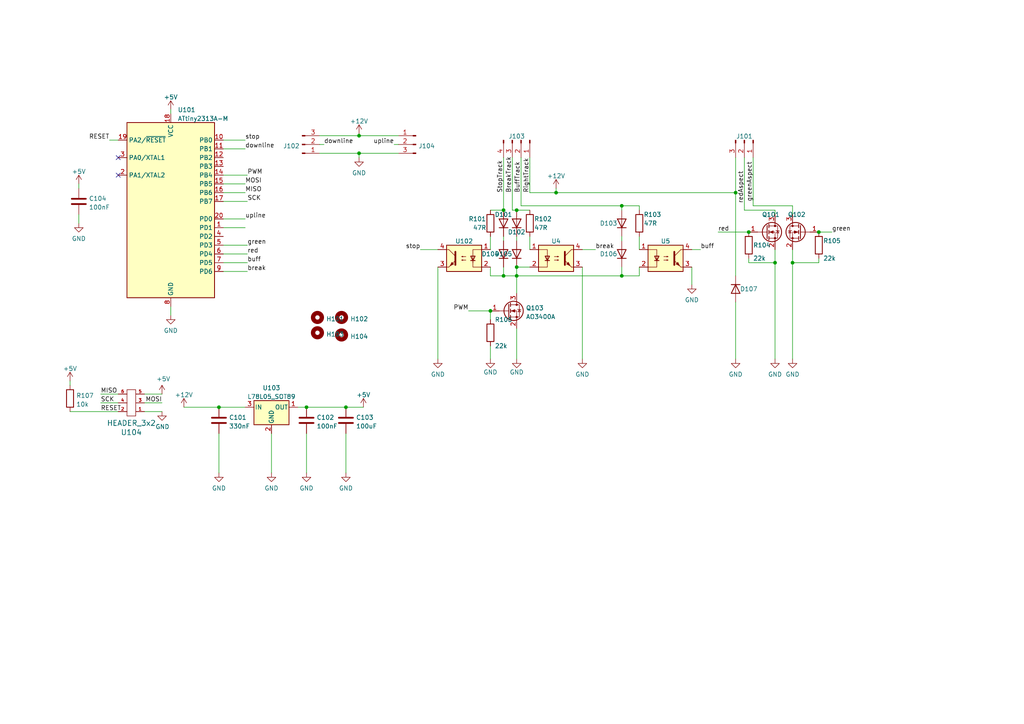
<source format=kicad_sch>
(kicad_sch (version 20211123) (generator eeschema)
  (paper "A4")
  (lib_symbols
    (symbol "Connector:Conn_01x03_Male" (pin_names (offset 1.016) hide)
      (property "Reference" "J" (at 0 5.08 0))
      (property "Value" "Conn_01x03_Male" (at 0 -5.08 0))
      (symbol "Conn_01x03_Male_1_1"
        (polyline (pts (xy 1.27 -2.54) (xy 0.8636 -2.54)) (stroke (width 0.1524)))
        (polyline (pts (xy 1.27 0) (xy 0.8636 0)) (stroke (width 0.1524)))
        (polyline (pts (xy 1.27 2.54) (xy 0.8636 2.54)) (stroke (width 0.1524)))
        (rectangle (start 0.8636 -2.413) (end 0 -2.667) (stroke (width 0.1524)) (fill (type outline)))
        (rectangle (start 0.8636 0.127) (end 0 -0.127) (stroke (width 0.1524)) (fill (type outline)))
        (rectangle (start 0.8636 2.667) (end 0 2.413) (stroke (width 0.1524)) (fill (type outline)))
        (pin passive line (at 5.08 2.54 180) (length 3.81) (name "Pin_1") (number "1"))
        (pin passive line (at 5.08 0 180) (length 3.81) (name "Pin_2") (number "2"))
        (pin passive line (at 5.08 -2.54 180) (length 3.81) (name "Pin_3") (number "3"))
      )
    )
    (symbol "Connector:Conn_01x04_Male" (pin_names (offset 1.016) hide)
      (property "Reference" "J" (at 0 5.08 0))
      (property "Value" "Conn_01x04_Male" (at 0 -7.62 0))
      (symbol "Conn_01x04_Male_1_1"
        (polyline (pts (xy 1.27 -5.08) (xy 0.8636 -5.08)) (stroke (width 0.1524)))
        (polyline (pts (xy 1.27 -2.54) (xy 0.8636 -2.54)) (stroke (width 0.1524)))
        (polyline (pts (xy 1.27 0) (xy 0.8636 0)) (stroke (width 0.1524)))
        (polyline (pts (xy 1.27 2.54) (xy 0.8636 2.54)) (stroke (width 0.1524)))
        (rectangle (start 0.8636 -4.953) (end 0 -5.207) (stroke (width 0.1524)) (fill (type outline)))
        (rectangle (start 0.8636 -2.413) (end 0 -2.667) (stroke (width 0.1524)) (fill (type outline)))
        (rectangle (start 0.8636 0.127) (end 0 -0.127) (stroke (width 0.1524)) (fill (type outline)))
        (rectangle (start 0.8636 2.667) (end 0 2.413) (stroke (width 0.1524)) (fill (type outline)))
        (pin passive line (at 5.08 2.54 180) (length 3.81) (name "Pin_1") (number "1"))
        (pin passive line (at 5.08 0 180) (length 3.81) (name "Pin_2") (number "2"))
        (pin passive line (at 5.08 -2.54 180) (length 3.81) (name "Pin_3") (number "3"))
        (pin passive line (at 5.08 -5.08 180) (length 3.81) (name "Pin_4") (number "4"))
      )
    )
    (symbol "Device:C" (pin_numbers hide) (pin_names (offset 0.254))
      (property "Reference" "C" (at 0.635 2.54 0))
      (property "Value" "C" (at 0.635 -2.54 0))
      (symbol "C_0_1"
        (polyline (pts (xy -2.032 -0.762) (xy 2.032 -0.762)) (stroke (width 0.508)))
        (polyline (pts (xy -2.032 0.762) (xy 2.032 0.762)) (stroke (width 0.508)))
      )
      (symbol "C_1_1"
        (pin passive line (at 0 3.81 270) (length 2.794) (name "~") (number "1"))
        (pin passive line (at 0 -3.81 90) (length 2.794) (name "~") (number "2"))
      )
    )
    (symbol "Device:R" (pin_numbers hide) (pin_names (offset 0))
      (property "Reference" "R" (at 2.032 0 90))
      (property "Value" "R" (at 0 0 90))
      (symbol "R_0_1"
        (rectangle (start -1.016 -2.54) (end 1.016 2.54) (stroke (width 0.254)))
      )
      (symbol "R_1_1"
        (pin passive line (at 0 3.81 270) (length 1.27) (name "~") (number "1"))
        (pin passive line (at 0 -3.81 90) (length 1.27) (name "~") (number "2"))
      )
    )
    (symbol "Diode:SM4007" (pin_numbers hide) (pin_names (offset 1.016) hide)
      (property "Reference" "D" (at 0 2.54 0))
      (property "Value" "SM4007" (at 0 -2.54 0))
      (symbol "SM4007_0_1"
        (polyline (pts (xy -1.27 1.27) (xy -1.27 -1.27)) (stroke (width 0.254)))
        (polyline (pts (xy 1.27 0) (xy -1.27 0)))
        (polyline (pts (xy 1.27 1.27) (xy 1.27 -1.27) (xy -1.27 0) (xy 1.27 1.27)) (stroke (width 0.254)))
      )
      (symbol "SM4007_1_1"
        (pin passive line (at -3.81 0 0) (length 2.54) (name "K") (number "1"))
        (pin passive line (at 3.81 0 180) (length 2.54) (name "A") (number "2"))
      )
    )
    (symbol "Isolator:SFH617A-3X017T" (pin_names (offset 1.016))
      (property "Reference" "U" (at -5.08 6.35 0))
      (property "Value" "SFH617A-3X017T" (at -5.08 -6.35 0))
      (symbol "SFH617A-3X017T_0_1"
        (rectangle (start -5.08 3.81) (end 5.08 -3.81) (stroke (width 0.254)) (fill (type background)))
        (polyline (pts (xy -3.175 -0.635) (xy -1.905 -0.635)) (stroke (width 0.254)))
        (polyline (pts (xy 2.54 0.635) (xy 4.445 2.54)))
        (polyline (pts (xy 4.445 -2.54) (xy 2.54 -0.635)) (fill (type outline)))
        (polyline (pts (xy 4.445 -2.54) (xy 5.08 -2.54)))
        (polyline (pts (xy 4.445 2.54) (xy 5.08 2.54)))
        (polyline (pts (xy -2.54 -0.635) (xy -2.54 -2.54) (xy -5.08 -2.54)))
        (polyline (pts (xy 2.54 1.905) (xy 2.54 -1.905) (xy 2.54 -1.905)) (stroke (width 0.508)))
        (polyline (pts (xy -5.08 2.54) (xy -2.54 2.54) (xy -2.54 -1.27) (xy -2.54 0.635)))
        (polyline (pts (xy -2.54 -0.635) (xy -3.175 0.635) (xy -1.905 0.635) (xy -2.54 -0.635)) (stroke (width 0.254)))
        (polyline (pts (xy -0.508 -0.508) (xy 0.762 -0.508) (xy 0.381 -0.635) (xy 0.381 -0.381) (xy 0.762 -0.508)))
        (polyline (pts (xy -0.508 0.508) (xy 0.762 0.508) (xy 0.381 0.381) (xy 0.381 0.635) (xy 0.762 0.508)))
        (polyline (pts (xy 3.048 -1.651) (xy 3.556 -1.143) (xy 4.064 -2.159) (xy 3.048 -1.651) (xy 3.048 -1.651)) (fill (type outline)))
      )
      (symbol "SFH617A-3X017T_1_1"
        (pin passive line (at -7.62 2.54 0) (length 2.54) (name "~") (number "1"))
        (pin passive line (at -7.62 -2.54 0) (length 2.54) (name "~") (number "2"))
        (pin passive line (at 7.62 -2.54 180) (length 2.54) (name "~") (number "3"))
        (pin passive line (at 7.62 2.54 180) (length 2.54) (name "~") (number "4"))
      )
    )
    (symbol "MCU_Microchip_ATtiny:ATtiny2313A-M"
      (property "Reference" "U" (at -12.7 26.67 0))
      (property "Value" "ATtiny2313A-M" (at 2.54 -26.67 0))
      (symbol "ATtiny2313A-M_0_1"
        (rectangle (start -12.7 -25.4) (end 12.7 25.4) (stroke (width 0.254)) (fill (type background)))
      )
      (symbol "ATtiny2313A-M_1_1"
        (pin bidirectional line (at 15.24 -5.08 180) (length 2.54) (name "PD1") (number "1"))
        (pin bidirectional line (at 15.24 20.32 180) (length 2.54) (name "PB0") (number "10"))
        (pin bidirectional line (at 15.24 17.78 180) (length 2.54) (name "PB1") (number "11"))
        (pin bidirectional line (at 15.24 15.24 180) (length 2.54) (name "PB2") (number "12"))
        (pin bidirectional line (at 15.24 12.7 180) (length 2.54) (name "PB3") (number "13"))
        (pin bidirectional line (at 15.24 10.16 180) (length 2.54) (name "PB4") (number "14"))
        (pin bidirectional line (at 15.24 7.62 180) (length 2.54) (name "PB5") (number "15"))
        (pin bidirectional line (at 15.24 5.08 180) (length 2.54) (name "PB6") (number "16"))
        (pin bidirectional line (at 15.24 2.54 180) (length 2.54) (name "PB7") (number "17"))
        (pin power_in line (at 0 27.94 270) (length 2.54) (name "VCC") (number "18"))
        (pin bidirectional line (at -15.24 20.32 0) (length 2.54) (name "PA2/~{RESET}") (number "19"))
        (pin bidirectional line (at -15.24 10.16 0) (length 2.54) (name "PA1/XTAL2") (number "2"))
        (pin bidirectional line (at 15.24 -2.54 180) (length 2.54) (name "PD0") (number "20"))
        (pin passive line (at 0 -27.94 90) (length 2.54) hide (name "GND") (number "21"))
        (pin bidirectional line (at -15.24 15.24 0) (length 2.54) (name "PA0/XTAL1") (number "3"))
        (pin bidirectional line (at 15.24 -7.62 180) (length 2.54) (name "PD2") (number "4"))
        (pin bidirectional line (at 15.24 -10.16 180) (length 2.54) (name "PD3") (number "5"))
        (pin bidirectional line (at 15.24 -12.7 180) (length 2.54) (name "PD4") (number "6"))
        (pin bidirectional line (at 15.24 -15.24 180) (length 2.54) (name "PD5") (number "7"))
        (pin power_in line (at 0 -27.94 90) (length 2.54) (name "GND") (number "8"))
        (pin bidirectional line (at 15.24 -17.78 180) (length 2.54) (name "PD6") (number "9"))
      )
    )
    (symbol "Mechanical:MountingHole" (pin_names (offset 1.016))
      (property "Reference" "H" (at 0 5.08 0))
      (property "Value" "MountingHole" (at 0 3.175 0))
      (symbol "MountingHole_0_1"
        (circle (center 0 0) (radius 1.27) (stroke (width 1.27)))
      )
    )
    (symbol "Regulator_Linear:L78L05_SOT89" (pin_names (offset 0.254))
      (property "Reference" "U" (at -3.81 3.175 0))
      (property "Value" "L78L05_SOT89" (at -0.635 3.175 0))
      (symbol "L78L05_SOT89_0_1"
        (rectangle (start -5.08 1.905) (end 5.08 -5.08) (stroke (width 0.254)) (fill (type background)))
      )
      (symbol "L78L05_SOT89_1_1"
        (pin power_out line (at 7.62 0 180) (length 2.54) (name "OUT") (number "1"))
        (pin power_in line (at 0 -7.62 90) (length 2.54) (name "GND") (number "2"))
        (pin power_in line (at -7.62 0 0) (length 2.54) (name "IN") (number "3"))
      )
    )
    (symbol "Transistor_FET:AO3400A" (pin_names hide)
      (property "Reference" "Q" (at 5.08 1.905 0))
      (property "Value" "AO3400A" (at 5.08 0 0))
      (symbol "AO3400A_0_1"
        (polyline (pts (xy 0.254 0) (xy -2.54 0)))
        (polyline (pts (xy 0.254 1.905) (xy 0.254 -1.905)) (stroke (width 0.254)))
        (polyline (pts (xy 0.762 -1.27) (xy 0.762 -2.286)) (stroke (width 0.254)))
        (polyline (pts (xy 0.762 0.508) (xy 0.762 -0.508)) (stroke (width 0.254)))
        (polyline (pts (xy 0.762 2.286) (xy 0.762 1.27)) (stroke (width 0.254)))
        (polyline (pts (xy 2.54 2.54) (xy 2.54 1.778)))
        (polyline (pts (xy 2.54 -2.54) (xy 2.54 0) (xy 0.762 0)))
        (polyline (pts (xy 0.762 -1.778) (xy 3.302 -1.778) (xy 3.302 1.778) (xy 0.762 1.778)))
        (polyline (pts (xy 1.016 0) (xy 2.032 0.381) (xy 2.032 -0.381) (xy 1.016 0)) (fill (type outline)))
        (polyline (pts (xy 2.794 0.508) (xy 2.921 0.381) (xy 3.683 0.381) (xy 3.81 0.254)))
        (polyline (pts (xy 3.302 0.381) (xy 2.921 -0.254) (xy 3.683 -0.254) (xy 3.302 0.381)))
        (circle (center 1.651 0) (radius 2.794) (stroke (width 0.254)))
        (circle (center 2.54 -1.778) (radius 0.254) (fill (type outline)))
        (circle (center 2.54 1.778) (radius 0.254) (fill (type outline)))
      )
      (symbol "AO3400A_1_1"
        (pin input line (at -5.08 0 0) (length 2.54) (name "G") (number "1"))
        (pin passive line (at 2.54 -5.08 90) (length 2.54) (name "S") (number "2"))
        (pin passive line (at 2.54 5.08 270) (length 2.54) (name "D") (number "3"))
      )
    )
    (symbol "power:+12V" (power) (pin_names (offset 0))
      (property "Value" "+12V" (at 0 3.556 0))
      (symbol "+12V_0_1"
        (polyline (pts (xy -0.762 1.27) (xy 0 2.54)))
        (polyline (pts (xy 0 0) (xy 0 2.54)))
        (polyline (pts (xy 0 2.54) (xy 0.762 1.27)))
      )
      (symbol "+12V_1_1"
        (pin power_in line (at 0 0 90) (length 0) hide (name "+12V") (number "1"))
      )
    )
    (symbol "power:+5V" (power) (pin_names (offset 0))
      (property "Value" "+5V" (at 0 3.556 0))
      (symbol "+5V_0_1"
        (polyline (pts (xy -0.762 1.27) (xy 0 2.54)))
        (polyline (pts (xy 0 0) (xy 0 2.54)))
        (polyline (pts (xy 0 2.54) (xy 0.762 1.27)))
      )
      (symbol "+5V_1_1"
        (pin power_in line (at 0 0 90) (length 0) hide (name "+5V") (number "1"))
      )
    )
    (symbol "power:GND" (power) (pin_names (offset 0))
      (property "Value" "GND" (at 0 -3.81 0))
      (symbol "GND_0_1"
        (polyline (pts (xy 0 0) (xy 0 -1.27) (xy 1.27 -1.27) (xy 0 -2.54) (xy -1.27 -1.27) (xy 0 -1.27)))
      )
      (symbol "GND_1_1"
        (pin power_in line (at 0 0 270) (length 0) hide (name "GND") (number "1"))
      )
    )
    (symbol "servoDriverSMD-rescue:HEADER_3x2-w_connectors" (pin_names (offset 0))
      (property "Reference" "J" (at 0 5.08 0))
      (property "Value" "HEADER_3x2-w_connectors" (at 0 -5.08 0))
      (symbol "HEADER_3x2-w_connectors_0_1"
        (rectangle (start 1.27 3.81) (end -1.27 -3.81))
      )
      (symbol "HEADER_3x2-w_connectors_1_1"
        (pin passive line (at -3.81 2.54 0) (length 2.54) (name "~") (number "1"))
        (pin passive line (at 3.81 2.54 180) (length 2.54) (name "~") (number "2"))
        (pin passive line (at -3.81 0 0) (length 2.54) (name "~") (number "3"))
        (pin passive line (at 3.81 0 180) (length 2.54) (name "~") (number "4"))
        (pin passive line (at -3.81 -2.54 0) (length 2.54) (name "~") (number "5"))
        (pin passive line (at 3.81 -2.54 180) (length 2.54) (name "~") (number "6"))
      )
    )
  )
  (junction (at 88.9 118.11))
  (junction (at 149.86 77.47))
  (junction (at 149.86 80.01))
  (junction (at 180.34 80.01))
  (junction (at 224.79 76.2))
  (junction (at 129.54 -48.26))
  (junction (at 142.24 90.17))
  (junction (at 149.86 60.96))
  (junction (at 146.05 60.96))
  (junction (at 213.36 55.88))
  (junction (at 229.87 76.2))
  (junction (at 100.33 118.11))
  (junction (at 180.34 59.69))
  (junction (at 237.49 67.31))
  (junction (at 146.05 80.01))
  (junction (at 63.5 118.11))
  (junction (at 161.29 55.88))
  (junction (at 104.14 44.45))
  (junction (at 104.14 39.37))
  (junction (at 217.17 67.31))
  (no_connect (at 34.29 50.8))
  (no_connect (at 34.29 45.72))
  (wire (pts (xy 135.89 -54.61) (xy 135.89 -53.34)))
  (wire (pts (xy 31.75 40.64) (xy 34.29 40.64)))
  (wire (pts (xy 127 77.47) (xy 127 104.14)))
  (wire (pts (xy 149.86 80.01) (xy 149.86 85.09)))
  (wire (pts (xy 168.91 77.47) (xy 168.91 104.14)))
  (wire (pts (xy 133.35 -67.31) (xy 133.35 -60.96)))
  (wire (pts (xy 135.89 90.17) (xy 142.24 90.17)))
  (wire (pts (xy 213.36 87.63) (xy 213.36 104.14)))
  (wire (pts (xy 41.91 114.3) (xy 46.99 114.3)))
  (polyline (pts (xy 93.98 -57.15) (xy 110.49 -57.15)))
  (wire (pts (xy 151.13 59.69) (xy 180.34 59.69)))
  (polyline (pts (xy 123.19 -60.96) (xy 123.19 -55.88)))
  (wire (pts (xy 142.24 68.58) (xy 142.24 72.39)))
  (wire (pts (xy 77.47 -57.15) (xy 72.39 -57.15)))
  (wire (pts (xy 146.05 80.01) (xy 149.86 80.01)))
  (polyline (pts (xy 130.81 -41.91) (xy 130.81 -34.29)))
  (wire (pts (xy 224.79 60.96) (xy 215.9 60.96)))
  (wire (pts (xy 149.86 95.25) (xy 149.86 104.14)))
  (polyline (pts (xy 130.81 -34.29) (xy 128.27 -34.29)))
  (wire (pts (xy 125.73 -63.5) (xy 109.22 -63.5)))
  (wire (pts (xy 142.24 100.33) (xy 142.24 104.14)))
  (wire (pts (xy 41.91 116.84) (xy 46.99 116.84)))
  (wire (pts (xy 142.24 60.96) (xy 146.05 60.96)))
  (wire (pts (xy 64.77 53.34) (xy 71.12 53.34)))
  (wire (pts (xy 153.67 55.88) (xy 153.67 45.72)))
  (wire (pts (xy 109.22 -67.31) (xy 109.22 -63.5)))
  (polyline (pts (xy 77.47 -59.69) (xy 87.63 -59.69)))
  (wire (pts (xy 49.53 88.9) (xy 49.53 91.44)))
  (wire (pts (xy 224.79 76.2) (xy 224.79 104.14)))
  (wire (pts (xy 180.34 68.58) (xy 180.34 69.85)))
  (wire (pts (xy 140.97 -60.96) (xy 140.97 -63.5)))
  (wire (pts (xy 87.63 -54.61) (xy 93.98 -54.61)))
  (wire (pts (xy 110.49 -48.26) (xy 129.54 -48.26)))
  (wire (pts (xy 49.53 31.75) (xy 49.53 33.02)))
  (polyline (pts (xy 138.43 -60.96) (xy 138.43 -55.88)))
  (wire (pts (xy 104.14 39.37) (xy 115.57 39.37)))
  (wire (pts (xy 180.34 59.69) (xy 180.34 60.96)))
  (polyline (pts (xy 77.47 -59.69) (xy 77.47 -50.8)))
  (polyline (pts (xy 73.66 -41.91) (xy 76.2 -41.91)))
  (wire (pts (xy 20.32 119.38) (xy 34.29 119.38)))
  (wire (pts (xy 149.86 68.58) (xy 149.86 69.85)))
  (wire (pts (xy 72.39 -72.39) (xy 77.47 -72.39)))
  (wire (pts (xy 224.79 62.23) (xy 224.79 60.96)))
  (polyline (pts (xy 128.27 -60.96) (xy 128.27 -55.88)))
  (wire (pts (xy 229.87 72.39) (xy 229.87 76.2)))
  (polyline (pts (xy 123.19 -60.96) (xy 128.27 -60.96)))
  (wire (pts (xy 53.34 118.11) (xy 63.5 118.11)))
  (wire (pts (xy 133.35 -55.88) (xy 133.35 -53.34)))
  (wire (pts (xy 146.05 77.47) (xy 146.05 80.01)))
  (wire (pts (xy 64.77 73.66) (xy 71.755 73.66)))
  (wire (pts (xy 148.59 60.96) (xy 149.86 60.96)))
  (polyline (pts (xy 135.89 -60.96) (xy 135.89 -55.88)))
  (polyline (pts (xy 129.54 -73.66) (xy 129.54 -78.74)))
  (wire (pts (xy 161.29 55.88) (xy 153.67 55.88)))
  (wire (pts (xy 72.39 -57.15) (xy 72.39 -72.39)))
  (polyline (pts (xy 73.66 -43.18) (xy 76.2 -43.18)))
  (wire (pts (xy 146.05 68.58) (xy 146.05 69.85)))
  (polyline (pts (xy 129.54 -78.74) (xy 125.73 -76.2)))
  (wire (pts (xy 229.87 59.69) (xy 229.87 62.23)))
  (wire (pts (xy 20.32 110.49) (xy 20.32 111.76)))
  (wire (pts (xy 171.45 -67.31) (xy 171.45 -63.5)))
  (wire (pts (xy 64.77 58.42) (xy 71.755 58.42)))
  (polyline (pts (xy 129.54 -73.66) (xy 125.73 -76.2)))
  (wire (pts (xy 142.24 80.01) (xy 146.05 80.01)))
  (wire (pts (xy 125.73 -55.88) (xy 125.73 -54.61)))
  (wire (pts (xy 22.86 62.23) (xy 22.86 64.77)))
  (wire (pts (xy 64.77 50.8) (xy 71.755 50.8)))
  (wire (pts (xy 161.29 54.61) (xy 161.29 55.88)))
  (wire (pts (xy 149.86 77.47) (xy 153.67 77.47)))
  (wire (pts (xy 180.34 80.01) (xy 185.42 80.01)))
  (wire (pts (xy 180.34 77.47) (xy 180.34 80.01)))
  (polyline (pts (xy 138.43 -60.96) (xy 143.51 -60.96)))
  (wire (pts (xy 29.21 114.3) (xy 34.29 114.3)))
  (wire (pts (xy 64.77 71.12) (xy 71.755 71.12)))
  (polyline (pts (xy 111.76 -67.31) (xy 78.105 -67.31)) (stroke (width 0.5) (type solid) (color 0 0 255 1)))
  (wire (pts (xy 92.71 39.37) (xy 104.14 39.37)))
  (wire (pts (xy 82.55 -50.8) (xy 82.55 -21.59)))
  (wire (pts (xy 63.5 125.73) (xy 63.5 137.16)))
  (wire (pts (xy 217.17 76.2) (xy 224.79 76.2)))
  (wire (pts (xy 138.43 -43.18) (xy 138.43 -21.59)))
  (polyline (pts (xy 140.97 -53.34) (xy 140.97 -43.18)))
  (wire (pts (xy 146.05 45.72) (xy 146.05 60.96)))
  (polyline (pts (xy 140.97 -43.18) (xy 130.81 -43.18)))
  (polyline (pts (xy 74.93 -41.91) (xy 74.93 -21.59)))
  (wire (pts (xy 148.59 45.72) (xy 148.59 60.96)))
  (wire (pts (xy 86.36 118.11) (xy 88.9 118.11)))
  (polyline (pts (xy 87.63 -50.8) (xy 77.47 -50.8)))
  (polyline (pts (xy 205.74 -72.39) (xy 77.47 -72.39)) (stroke (width 0.5) (type solid) (color 194 0 0 1)))
  (wire (pts (xy 78.74 125.73) (xy 78.74 137.16)))
  (wire (pts (xy 129.54 -48.26) (xy 129.54 -41.91)))
  (wire (pts (xy 101.6 -35.56) (xy 101.6 -21.59)))
  (wire (pts (xy 34.29 116.84) (xy 29.21 116.84)))
  (polyline (pts (xy 143.51 -60.96) (xy 143.51 -55.88)))
  (polyline (pts (xy 130.81 -60.96) (xy 130.81 -55.88)))
  (wire (pts (xy 200.66 77.47) (xy 200.66 82.55)))
  (wire (pts (xy 22.86 53.34) (xy 22.86 54.61)))
  (polyline (pts (xy 74.93 -66.04) (xy 74.93 -43.18)))
  (wire (pts (xy 129.54 -21.59) (xy 129.54 -34.29)))
  (wire (pts (xy 151.13 45.72) (xy 151.13 59.69)))
  (wire (pts (xy 200.66 72.39) (xy 203.2 72.39)))
  (wire (pts (xy 121.92 72.39) (xy 127 72.39)))
  (wire (pts (xy 229.87 76.2) (xy 237.49 76.2)))
  (wire (pts (xy 208.28 67.31) (xy 217.17 67.31)))
  (wire (pts (xy 64.77 43.18) (xy 71.12 43.18)))
  (polyline (pts (xy 128.27 -41.91) (xy 128.27 -34.29)))
  (wire (pts (xy 161.29 55.88) (xy 213.36 55.88)))
  (wire (pts (xy 229.87 76.2) (xy 229.87 104.14)))
  (wire (pts (xy 149.86 60.96) (xy 153.67 60.96)))
  (polyline (pts (xy 128.27 -41.91) (xy 130.81 -41.91)))
  (polyline (pts (xy 130.81 -60.96) (xy 135.89 -60.96)))
  (wire (pts (xy 114.3 41.91) (xy 115.57 41.91)))
  (polyline (pts (xy 129.54 -76.2) (xy 140.97 -76.2)))
  (wire (pts (xy 217.17 74.93) (xy 217.17 76.2)))
  (wire (pts (xy 88.9 125.73) (xy 88.9 137.16)))
  (polyline (pts (xy 87.63 -59.69) (xy 87.63 -50.8)))
  (wire (pts (xy 180.34 59.69) (xy 185.42 59.69)))
  (polyline (pts (xy 93.98 -57.15) (xy 93.98 -35.56)))
  (wire (pts (xy 64.77 55.88) (xy 71.12 55.88)))
  (wire (pts (xy 92.71 44.45) (xy 104.14 44.45)))
  (wire (pts (xy 213.36 55.88) (xy 213.36 80.01)))
  (wire (pts (xy 104.14 44.45) (xy 115.57 44.45)))
  (polyline (pts (xy 77.47 -21.59) (xy 205.74 -21.59)) (stroke (width 0.5) (type solid) (color 0 0 194 1)))
  (wire (pts (xy 215.9 60.96) (xy 215.9 45.72)))
  (wire (pts (xy 142.24 -54.61) (xy 135.89 -54.61)))
  (polyline (pts (xy 135.89 -55.88) (xy 130.81 -55.88)))
  (wire (pts (xy 64.77 76.2) (xy 71.755 76.2)))
  (polyline (pts (xy 76.2 -41.91) (xy 74.93 -43.18)))
  (wire (pts (xy 125.73 -54.61) (xy 132.08 -54.61)))
  (wire (pts (xy 132.08 -54.61) (xy 132.08 -53.34)))
  (wire (pts (xy 142.24 -55.88) (xy 142.24 -54.61)))
  (wire (pts (xy 92.71 41.91) (xy 93.98 41.91)))
  (polyline (pts (xy 204.47 -67.31) (xy 142.24 -67.31)) (stroke (width 0.5) (type solid) (color 0 0 255 1)))
  (polyline (pts (xy 73.66 -41.91) (xy 74.93 -43.18)))
  (wire (pts (xy 185.42 59.69) (xy 185.42 60.96)))
  (wire (pts (xy 64.77 63.5) (xy 71.12 63.5)))
  (wire (pts (xy 168.91 72.39) (xy 172.72 72.39)))
  (wire (pts (xy 64.77 66.04) (xy 71.12 66.04)))
  (wire (pts (xy 180.34 80.01) (xy 149.86 80.01)))
  (polyline (pts (xy 110.49 -35.56) (xy 93.98 -35.56)))
  (wire (pts (xy 140.97 -63.5) (xy 171.45 -63.5)))
  (wire (pts (xy 218.44 59.69) (xy 229.87 59.69)))
  (wire (pts (xy 142.24 90.17) (xy 142.24 92.71)))
  (wire (pts (xy 149.86 77.47) (xy 149.86 80.01)))
  (polyline (pts (xy 128.27 -55.88) (xy 123.19 -55.88)))
  (polyline (pts (xy 130.81 -53.34) (xy 130.81 -43.18)))
  (wire (pts (xy 142.24 77.47) (xy 142.24 80.01)))
  (wire (pts (xy 224.79 72.39) (xy 224.79 76.2)))
  (wire (pts (xy 41.91 119.38) (xy 46.99 119.38)))
  (wire (pts (xy 104.14 38.735) (xy 104.14 39.37)))
  (wire (pts (xy 88.9 118.11) (xy 100.33 118.11)))
  (wire (pts (xy 218.44 45.72) (xy 218.44 59.69)))
  (wire (pts (xy 100.33 125.73) (xy 100.33 137.16)))
  (wire (pts (xy 237.49 74.93) (xy 237.49 76.2)))
  (wire (pts (xy 237.49 67.31) (xy 241.3 67.31)))
  (wire (pts (xy 64.77 40.64) (xy 71.12 40.64)))
  (wire (pts (xy 130.81 -48.26) (xy 129.54 -48.26)))
  (wire (pts (xy 153.67 68.58) (xy 153.67 72.39)))
  (wire (pts (xy 213.36 55.88) (xy 213.36 45.72)))
  (wire (pts (xy 63.5 118.11) (xy 71.12 118.11)))
  (polyline (pts (xy 130.81 -53.34) (xy 140.97 -53.34)))
  (wire (pts (xy 100.33 118.11) (xy 105.41 118.11)))
  (polyline (pts (xy 110.49 -57.15) (xy 110.49 -35.56)))
  (polyline (pts (xy 140.335 -67.31) (xy 113.665 -67.31)) (stroke (width 0.5) (type solid) (color 0 0 255 1)))
  (wire (pts (xy 104.14 44.45) (xy 104.14 45.72)))
  (wire (pts (xy 185.42 68.58) (xy 185.42 72.39)))
  (wire (pts (xy 185.42 80.01) (xy 185.42 77.47)))
  (polyline (pts (xy 143.51 -55.88) (xy 138.43 -55.88)))
  (wire (pts (xy 125.73 -60.96) (xy 125.73 -63.5)))
  (wire (pts (xy 64.77 78.74) (xy 71.755 78.74)))
  (text "C" (at 137.16 -50.8 0) (effects (font (size 1.27 1.27)) (justify left bottom)))
  (text "E" (at 137.16 -44.45 0) (effects (font (size 1.27 1.27)) (justify left bottom)))
  (text "Bu" (at 139.7 -58.42 0) (effects (font (size 1.27 1.27)) (justify left bottom)))
  (text "St" (at 124.46 -58.42 0) (effects (font (size 1.27 1.27)) (justify left bottom)))
  (text "Br" (at 132.08 -58.42 0) (effects (font (size 1.27 1.27)) (justify left bottom)))
  (text "78L05" (at 80.01 -54.61 0) (effects (font (size 1.27 1.27)) (justify left bottom)))
  (text "0V" (at 208.28 -19.05 180) (effects (font (size 1.27 1.27)) (justify right bottom)))
  (text "MCU" (at 100.33 -45.72 0) (effects (font (size 1.27 1.27)) (justify left bottom)))
  (text "B" (at 132.08 -46.99 0) (effects (font (size 1.27 1.27)) (justify left bottom)))
  (text "12V" (at 210.82 -73.66 180) (effects (font (size 1.27 1.27)) (justify right bottom)))
  (label "PWM" (at 135.89 90.17 180))
  (label "upline" (at 71.12 63.5 0))
  (label "MISO" (at 71.12 55.88 0))
  (label "greenAspect" (at 218.44 58.42 90))
  (label "green" (at 71.755 71.12 0))
  (label "stop" (at 71.12 40.64 0))
  (label "stop" (at 121.92 72.39 180))
  (label "PWM" (at 71.755 50.8 0))
  (label "BuffTrack" (at 151.13 55.88 90))
  (label "downline" (at 71.12 43.18 0))
  (label "MOSI" (at 46.99 116.84 180))
  (label "StopTrack" (at 146.05 55.88 90))
  (label "RESET" (at 31.75 40.64 180))
  (label "BreakTrack" (at 148.59 55.88 90))
  (label "break" (at 172.72 72.39 0))
  (label "RightTrack" (at 153.67 55.88 90))
  (label "SCK" (at 71.755 58.42 0))
  (label "green" (at 241.3 67.31 0))
  (label "red" (at 71.755 73.66 0))
  (label "redAspect" (at 215.9 49.53 270))
  (label "downline" (at 93.98 41.91 0))
  (label "buff" (at 71.755 76.2 0))
  (label "break" (at 71.755 78.74 0))
  (label "buff" (at 203.2 72.39 0))
  (label "RESET" (at 29.21 119.38 0))
  (label "red" (at 208.28 67.31 0))
  (label "MOSI" (at 71.12 53.34 0))
  (label "upline" (at 114.3 41.91 180))
  (label "MISO" (at 29.21 114.3 0))
  (label "SCK" (at 29.21 116.84 0))
  (symbol (lib_id "Connector:Conn_01x04_Male") (at 151.13 40.64 270) (unit 1)
    (property "Reference" "J103" (at 149.86 39.528 90))
    (property "Value" "Conn_01x04_Male" (effects hide))
    (property "Footprint" "Connector_Phoenix_MC:PhoenixContact_MC_1,5_4-G-3.81_1x04_P3.81mm_Horizontal" (effects hide))
  )
  (symbol (lib_id "Connector:Conn_01x03_Male") (at 120.65 41.91 0) (mirror y) (unit 1)
    (property "Reference" "J104" (at 121.3612 42.3438 0) (effects (justify right)))
    (property "Value" "Conn_01x03_Male" (effects hide))
    (property "Footprint" "Connector_Phoenix_MC:PhoenixContact_MC_1,5_3-G-3.81_1x03_P3.81mm_Horizontal" (effects hide))
  )
  (symbol (lib_id "power:GND") (at 149.86 104.14 0) (unit 1)
    (property "Reference" "#PWR0109" (effects hide))
    (property "Value" "GND" (at 149.86 107.95 0))
  )
  (symbol (lib_id "Device:C") (at 63.5 121.92 0) (unit 1)
    (property "Reference" "C101" (at 66.421 121.0853 0) (effects (justify left)))
    (property "Value" "330nF" (at 66.421 123.6222 0) (effects (justify left)))
    (property "Footprint" "Capacitor_SMD:C_0603_1608Metric_Pad1.08x0.95mm_HandSolder" (effects hide))
    (property "JLCPCB Part#" "C1615" (effects hide))
  )
  (symbol (lib_id "Mechanical:MountingHole") (at 99.06 97.155 0) (unit 1)
    (property "Reference" "H104" (at 101.6 97.5888 0) (effects (justify left)))
    (property "Value" "MountingHole" (effects hide))
    (property "Footprint" "MountingHole:MountingHole_3.2mm_M3" (effects hide))
  )
  (symbol (lib_id "Transistor_FET:AO3400A") (at 222.25 67.31 0) (unit 1)
    (property "Reference" "Q101" (at 220.98 62.23 0) (effects (justify left)))
    (property "Value" "AO3400A" (effects hide))
    (property "Footprint" "Package_TO_SOT_SMD:SOT-23" (effects hide))
    (property "Datasheet" "http://www.aosmd.com/pdfs/datasheet/AO3400A.pdf" (effects hide))
    (property "JLCPCB Part#" "C20917" (effects hide))
  )
  (symbol (lib_id "Device:R") (at 217.17 71.12 0) (unit 1)
    (property "Reference" "R104" (at 218.44 71.12 0) (effects (justify left)))
    (property "Value" "22k" (at 218.44 74.93 0) (effects (justify left)))
    (property "Footprint" "Resistor_SMD:R_0805_2012Metric_Pad1.20x1.40mm_HandSolder" (effects hide))
    (property "JLCPCB Part#" "C17560" (effects hide))
  )
  (symbol (lib_id "Isolator:SFH617A-3X017T") (at 193.04 74.93 0) (unit 1)
    (property "Reference" "U5" (at 193.04 69.9572 0))
    (property "Value" "SFH617A-3X017T" (effects hide))
    (property "Footprint" "Package_DIP:SMDIP-4_W9.53mm_Clearance8mm" (effects hide))
    (property "Datasheet" "http://www.vishay.com/docs/83740/sfh617a.pdf" (effects hide))
  )
  (symbol (lib_id "Connector:Conn_01x03_Male") (at 87.63 41.91 0) (mirror x) (unit 1)
    (property "Reference" "J102" (at 86.9188 42.3438 0) (effects (justify right)))
    (property "Value" "Conn_01x03_Male" (effects hide))
    (property "Footprint" "Connector_Phoenix_MC:PhoenixContact_MC_1,5_3-G-3.81_1x03_P3.81mm_Horizontal" (effects hide))
  )
  (symbol (lib_id "Device:C") (at 100.33 121.92 0) (unit 1)
    (property "Reference" "C103" (at 103.251 121.0853 0) (effects (justify left)))
    (property "Value" "100uF" (at 103.251 123.6222 0) (effects (justify left)))
    (property "Footprint" "Capacitor_SMD:C_1206_3216Metric_Pad1.33x1.80mm_HandSolder" (effects hide))
    (property "JLCPCB Part#" "C15008" (effects hide))
  )
  (symbol (lib_id "power:GND") (at 104.14 45.72 0) (unit 1)
    (property "Reference" "#PWR0118" (effects hide))
    (property "Value" "GND" (at 104.14 50.1634 0))
  )
  (symbol (lib_id "Mechanical:MountingHole") (at 92.075 92.075 0) (unit 1)
    (property "Reference" "H101" (at 94.615 92.5088 0) (effects (justify left)))
    (property "Value" "MountingHole" (effects hide))
    (property "Footprint" "MountingHole:MountingHole_3.2mm_M3" (effects hide))
  )
  (symbol (lib_id "power:GND") (at 63.5 137.16 0) (unit 1)
    (property "Reference" "#PWR0113" (effects hide))
    (property "Value" "GND" (at 63.5 141.6034 0))
  )
  (symbol (lib_id "Isolator:SFH617A-3X017T") (at 134.62 74.93 0) (mirror y) (unit 1)
    (property "Reference" "U102" (at 134.62 69.9572 0))
    (property "Value" "SFH617A-3X017T" (effects hide))
    (property "Footprint" "Package_DIP:SMDIP-4_W9.53mm_Clearance8mm" (effects hide))
    (property "Datasheet" "http://www.vishay.com/docs/83740/sfh617a.pdf" (effects hide))
  )
  (symbol (lib_id "Diode:SM4007") (at 180.34 64.77 90) (unit 1)
    (property "Reference" "D103" (at 179.07 64.77 90) (effects (justify left)))
    (property "Value" "SM4007" (effects hide))
    (property "Footprint" "Diode_SMD:D_SOD-123F" (effects hide))
    (property "Datasheet" "http://cdn-reichelt.de/documents/datenblatt/A400/SMD1N400%23DIO.pdf" (effects hide))
    (property "JLCPCB Part#" "C64898" (effects hide))
  )
  (symbol (lib_id "Diode:SM4007") (at 180.34 73.66 90) (unit 1)
    (property "Reference" "D106" (at 179.07 73.66 90) (effects (justify left)))
    (property "Value" "SM4007" (effects hide))
    (property "Footprint" "Diode_SMD:D_SOD-123F" (effects hide))
    (property "Datasheet" "http://cdn-reichelt.de/documents/datenblatt/A400/SMD1N400%23DIO.pdf" (effects hide))
    (property "JLCPCB Part#" "C64898" (effects hide))
  )
  (symbol (lib_id "servoDriverSMD-rescue:HEADER_3x2-w_connectors") (at 38.1 116.84 180) (unit 1)
    (property "Reference" "U104" (at 38.1 125.3998 0) (effects (font (size 1.524 1.524))))
    (property "Value" "HEADER_3x2" (at 38.1 122.7074 0) (effects (font (size 1.524 1.524))))
    (property "Footprint" "Connector_PinSocket_1.27mm:PinSocket_2x03_P1.27mm_Vertical" (effects hide))
  )
  (symbol (lib_id "power:GND") (at 168.91 104.14 0) (unit 1)
    (property "Reference" "#PWR0108" (effects hide))
    (property "Value" "GND" (at 168.91 108.5834 0))
  )
  (symbol (lib_id "Device:R") (at 142.24 96.52 0) (unit 1)
    (property "Reference" "R106" (at 143.51 92.71 0) (effects (justify left)))
    (property "Value" "22k" (at 143.51 100.33 0) (effects (justify left)))
    (property "Footprint" "Resistor_SMD:R_0805_2012Metric_Pad1.20x1.40mm_HandSolder" (effects hide))
    (property "JLCPCB Part#" "C17560" (effects hide))
  )
  (symbol (lib_id "power:+5V") (at 49.53 31.75 0) (unit 1)
    (property "Reference" "#PWR0117" (effects hide))
    (property "Value" "+5V" (at 49.53 28.1742 0))
  )
  (symbol (lib_id "power:GND") (at 100.33 137.16 0) (unit 1)
    (property "Reference" "#PWR0115" (effects hide))
    (property "Value" "GND" (at 100.33 141.6034 0))
  )
  (symbol (lib_id "Diode:SM4007") (at 146.05 64.77 90) (unit 1)
    (property "Reference" "D101" (at 148.59 62.23 90) (effects (justify left)))
    (property "Value" "SM4007" (effects hide))
    (property "Footprint" "Diode_SMD:D_SOD-123F" (effects hide))
    (property "Datasheet" "http://cdn-reichelt.de/documents/datenblatt/A400/SMD1N400%23DIO.pdf" (effects hide))
    (property "JLCPCB Part#" "C64898" (effects hide))
  )
  (symbol (lib_id "power:+12V") (at 104.14 38.735 0) (unit 1)
    (property "Reference" "#PWR0119" (effects hide))
    (property "Value" "+12V" (at 104.14 35.1592 0))
  )
  (symbol (lib_id "Diode:SM4007") (at 149.86 64.77 90) (unit 1)
    (property "Reference" "D102" (at 152.4 67.31 90) (effects (justify left)))
    (property "Value" "SM4007" (effects hide))
    (property "Footprint" "Diode_SMD:D_SOD-123F" (effects hide))
    (property "Datasheet" "http://cdn-reichelt.de/documents/datenblatt/A400/SMD1N400%23DIO.pdf" (effects hide))
    (property "JLCPCB Part#" "C64898" (effects hide))
  )
  (symbol (lib_id "power:+12V") (at 53.34 118.11 0) (unit 1)
    (property "Reference" "#PWR0114" (effects hide))
    (property "Value" "+12V" (at 53.34 114.5342 0))
  )
  (symbol (lib_id "Device:R") (at 185.42 64.77 0) (unit 1)
    (property "Reference" "R103" (at 186.69 62.23 0) (effects (justify left)))
    (property "Value" "47R" (at 186.69 64.77 0) (effects (justify left)))
    (property "Footprint" "Resistor_SMD:R_0805_2012Metric_Pad1.20x1.40mm_HandSolder" (effects hide))
    (property "JLCPCB Part#" "C17714" (effects hide))
  )
  (symbol (lib_id "Diode:SM4007") (at 146.05 73.66 90) (unit 1)
    (property "Reference" "D104" (at 144.78 73.66 90) (effects (justify left)))
    (property "Value" "SM4007" (effects hide))
    (property "Footprint" "Diode_SMD:D_SOD-123F" (effects hide))
    (property "Datasheet" "http://cdn-reichelt.de/documents/datenblatt/A400/SMD1N400%23DIO.pdf" (effects hide))
    (property "JLCPCB Part#" "C64898" (effects hide))
  )
  (symbol (lib_id "power:GND") (at 46.99 119.38 0) (unit 1)
    (property "Reference" "#PWR0120" (effects hide))
    (property "Value" "GND" (at 47.117 123.7742 0))
  )
  (symbol (lib_id "power:GND") (at 224.79 104.14 0) (unit 1)
    (property "Reference" "#PWR0102" (effects hide))
    (property "Value" "GND" (at 224.79 108.5834 0))
  )
  (symbol (lib_id "power:+5V") (at 20.32 110.49 0) (unit 1)
    (property "Reference" "#PWR0122" (effects hide))
    (property "Value" "+5V" (at 20.32 106.9142 0))
  )
  (symbol (lib_id "Transistor_FET:AO3400A") (at 232.41 67.31 0) (mirror y) (unit 1)
    (property "Reference" "Q102" (at 233.68 62.23 0) (effects (justify left)))
    (property "Value" "AO3400A" (effects hide))
    (property "Footprint" "Package_TO_SOT_SMD:SOT-23" (effects hide))
    (property "Datasheet" "http://www.aosmd.com/pdfs/datasheet/AO3400A.pdf" (effects hide))
    (property "JLCPCB Part#" "C20917" (effects hide))
  )
  (symbol (lib_id "power:GND") (at 142.24 104.14 0) (unit 1)
    (property "Reference" "#PWR0107" (effects hide))
    (property "Value" "GND" (at 142.24 107.95 0))
  )
  (symbol (lib_id "Diode:SM4007") (at 213.36 83.82 270) (unit 1)
    (property "Reference" "D107" (at 214.63 83.82 90) (effects (justify left)))
    (property "Value" "SM4007" (effects hide))
    (property "Footprint" "Diode_SMD:D_SOD-123F" (effects hide))
    (property "Datasheet" "http://cdn-reichelt.de/documents/datenblatt/A400/SMD1N400%23DIO.pdf" (effects hide))
    (property "JLCPCB Part#" "C64898" (effects hide))
  )
  (symbol (lib_id "power:GND") (at 229.87 104.14 0) (unit 1)
    (property "Reference" "#PWR0103" (effects hide))
    (property "Value" "GND" (at 229.87 108.5834 0))
  )
  (symbol (lib_id "power:+5V") (at 105.41 118.11 0) (unit 1)
    (property "Reference" "#PWR0105" (effects hide))
    (property "Value" "+5V" (at 105.41 114.5342 0))
  )
  (symbol (lib_id "power:GND") (at 213.36 104.14 0) (unit 1)
    (property "Reference" "#PWR0101" (effects hide))
    (property "Value" "GND" (at 213.36 108.5834 0))
  )
  (symbol (lib_id "Device:C") (at 22.86 58.42 0) (unit 1)
    (property "Reference" "C104" (at 25.781 57.5853 0) (effects (justify left)))
    (property "Value" "100nF" (at 25.781 60.1222 0) (effects (justify left)))
    (property "Footprint" "Capacitor_SMD:C_0603_1608Metric_Pad1.08x0.95mm_HandSolder" (effects hide))
    (property "JLCPCB Part#" "C14663" (effects hide))
  )
  (symbol (lib_id "power:GND") (at 49.53 91.44 0) (unit 1)
    (property "Reference" "#PWR0106" (effects hide))
    (property "Value" "GND" (at 49.53 95.8834 0))
  )
  (symbol (lib_id "Mechanical:MountingHole") (at 92.075 96.52 0) (unit 1)
    (property "Reference" "H103" (at 94.615 96.9538 0) (effects (justify left)))
    (property "Value" "MountingHole" (effects hide))
    (property "Footprint" "MountingHole:MountingHole_3.2mm_M3" (effects hide))
  )
  (symbol (lib_id "Connector:Conn_01x03_Male") (at 215.9 40.64 270) (unit 1)
    (property "Reference" "J101" (at 215.9 39.528 90))
    (property "Value" "Conn_01x03_Male" (effects hide))
    (property "Footprint" "Connector_Phoenix_MC:PhoenixContact_MC_1,5_3-G-3.81_1x03_P3.81mm_Horizontal" (effects hide))
  )
  (symbol (lib_id "Device:R") (at 153.67 64.77 0) (unit 1)
    (property "Reference" "R102" (at 154.94 63.5 0) (effects (justify left)))
    (property "Value" "47R" (at 154.94 66.04 0) (effects (justify left)))
    (property "Footprint" "Resistor_SMD:R_0805_2012Metric_Pad1.20x1.40mm_HandSolder" (effects hide))
    (property "JLCPCB Part#" "C17714" (effects hide))
  )
  (symbol (lib_id "power:+5V") (at 46.99 114.3 0) (unit 1)
    (property "Reference" "#PWR0121" (effects hide))
    (property "Value" "+5V" (at 47.371 109.9058 0))
  )
  (symbol (lib_id "Device:R") (at 142.24 64.77 0) (unit 1)
    (property "Reference" "R101" (at 135.89 63.5 0) (effects (justify left)))
    (property "Value" "47R" (at 137.16 66.04 0) (effects (justify left)))
    (property "Footprint" "Resistor_SMD:R_0805_2012Metric_Pad1.20x1.40mm_HandSolder" (effects hide))
    (property "JLCPCB Part#" "C17714" (effects hide))
  )
  (symbol (lib_id "Device:R") (at 237.49 71.12 0) (unit 1)
    (property "Reference" "R105" (at 238.76 69.85 0) (effects (justify left)))
    (property "Value" "22k" (at 238.76 74.93 0) (effects (justify left)))
    (property "Footprint" "Resistor_SMD:R_0805_2012Metric_Pad1.20x1.40mm_HandSolder" (effects hide))
    (property "JLCPCB Part#" "C17560" (effects hide))
  )
  (symbol (lib_id "Device:R") (at 20.32 115.57 0) (unit 1)
    (property "Reference" "R107" (at 22.098 114.7353 0) (effects (justify left)))
    (property "Value" "10k" (at 22.098 117.2722 0) (effects (justify left)))
    (property "Footprint" "Resistor_SMD:R_0603_1608Metric_Pad0.98x0.95mm_HandSolder" (effects hide))
    (property "JLCPCB Part#" "C25804" (effects hide))
  )
  (symbol (lib_id "power:+5V") (at 22.86 53.34 0) (unit 1)
    (property "Reference" "#PWR0123" (effects hide))
    (property "Value" "+5V" (at 22.86 49.7642 0))
  )
  (symbol (lib_id "power:+12V") (at 161.29 54.61 0) (unit 1)
    (property "Reference" "#PWR0110" (effects hide))
    (property "Value" "+12V" (at 161.29 51.0342 0))
  )
  (symbol (lib_id "Diode:SM4007") (at 149.86 73.66 90) (unit 1)
    (property "Reference" "D105" (at 148.59 73.66 90) (effects (justify left)))
    (property "Value" "SM4007" (effects hide))
    (property "Footprint" "Diode_SMD:D_SOD-123F" (effects hide))
    (property "Datasheet" "http://cdn-reichelt.de/documents/datenblatt/A400/SMD1N400%23DIO.pdf" (effects hide))
    (property "JLCPCB Part#" "C64898" (effects hide))
  )
  (symbol (lib_id "power:GND") (at 22.86 64.77 0) (unit 1)
    (property "Reference" "#PWR0124" (effects hide))
    (property "Value" "GND" (at 22.86 69.2134 0))
  )
  (symbol (lib_id "Device:C") (at 88.9 121.92 0) (unit 1)
    (property "Reference" "C102" (at 91.821 121.0853 0) (effects (justify left)))
    (property "Value" "100nF" (at 91.821 123.6222 0) (effects (justify left)))
    (property "Footprint" "Capacitor_SMD:C_0603_1608Metric_Pad1.08x0.95mm_HandSolder" (effects hide))
    (property "JLCPCB Part#" "C14663" (effects hide))
  )
  (symbol (lib_id "Regulator_Linear:L78L05_SOT89") (at 78.74 118.11 0) (unit 1)
    (property "Reference" "U103" (at 78.74 112.5052 0))
    (property "Value" "L78L05_SOT89" (at 78.74 115.0421 0))
    (property "Footprint" "Package_TO_SOT_SMD:SOT-89-3" (effects hide))
    (property "Datasheet" "http://www.st.com/content/ccc/resource/technical/document/datasheet/15/55/e5/aa/23/5b/43/fd/CD00000446.pdf/files/CD00000446.pdf/jcr:content/translations/en.CD00000446.pdf" (effects hide))
    (property "JLCPCB Part#" "C71136" (effects hide))
  )
  (symbol (lib_id "MCU_Microchip_ATtiny:ATtiny2313A-M") (at 49.53 60.96 0) (unit 1)
    (property "Reference" "U101" (at 51.5494 31.8602 0) (effects (justify left)))
    (property "Value" "ATtiny2313A-M" (at 51.5494 34.3971 0) (effects (justify left)))
    (property "Footprint" "Package_DFN_QFN:MLF-20-1EP_4x4mm_P0.5mm_EP2.6x2.6mm" (effects hide))
    (property "Datasheet" "http://ww1.microchip.com/downloads/en/DeviceDoc/doc8246.pdf" (effects hide))
    (property "JLCPCB Part#" "C185530" (effects hide))
  )
  (symbol (lib_id "power:GND") (at 88.9 137.16 0) (unit 1)
    (property "Reference" "#PWR0116" (effects hide))
    (property "Value" "GND" (at 88.9 141.6034 0))
  )
  (symbol (lib_id "power:GND") (at 200.66 82.55 0) (unit 1)
    (property "Reference" "#PWR0111" (effects hide))
    (property "Value" "GND" (at 200.66 86.9934 0))
  )
  (symbol (lib_id "Transistor_FET:AO3400A") (at 147.32 90.17 0) (unit 1)
    (property "Reference" "Q103" (at 152.527 89.3353 0) (effects (justify left)))
    (property "Value" "AO3400A" (at 152.527 91.8722 0) (effects (justify left)))
    (property "Footprint" "Package_TO_SOT_SMD:SOT-23" (effects hide))
    (property "Datasheet" "http://www.aosmd.com/pdfs/datasheet/AO3400A.pdf" (effects hide))
    (property "JLCPCB Part#" "C20917" (effects hide))
  )
  (symbol (lib_id "power:GND") (at 78.74 137.16 0) (unit 1)
    (property "Reference" "#PWR0112" (effects hide))
    (property "Value" "GND" (at 78.74 141.6034 0))
  )
  (symbol (lib_id "Isolator:SFH617A-3X017T") (at 161.29 74.93 0) (unit 1)
    (property "Reference" "U4" (at 161.29 69.9572 0))
    (property "Value" "SFH617A-3X017T" (effects hide))
    (property "Footprint" "Package_DIP:SMDIP-4_W9.53mm_Clearance8mm" (effects hide))
    (property "Datasheet" "http://www.vishay.com/docs/83740/sfh617a.pdf" (effects hide))
  )
  (symbol (lib_id "Mechanical:MountingHole") (at 99.06 92.075 0) (unit 1)
    (property "Reference" "H102" (at 101.6 92.5088 0) (effects (justify left)))
    (property "Value" "MountingHole" (effects hide))
    (property "Footprint" "MountingHole:MountingHole_3.2mm_M3" (effects hide))
  )
  (symbol (lib_id "power:GND") (at 127 104.14 0) (unit 1)
    (property "Reference" "#PWR0104" (effects hide))
    (property "Value" "GND" (at 127 108.5834 0))
  )
)
</source>
